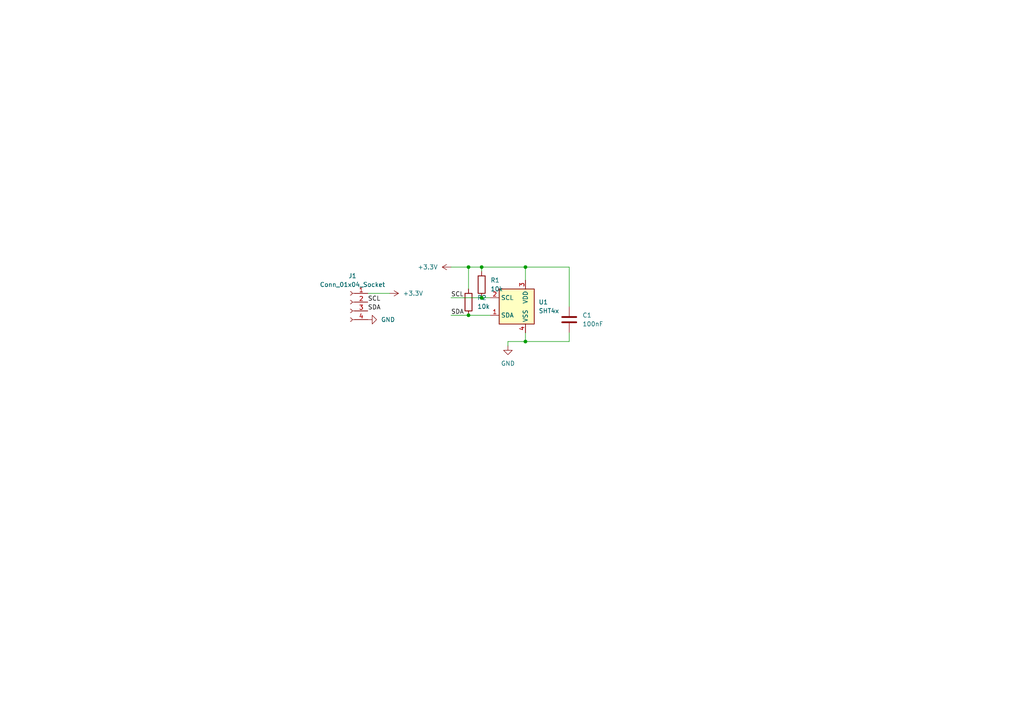
<source format=kicad_sch>
(kicad_sch (version 20230121) (generator eeschema)
  (paper "A4")
  (lib_symbols
    (symbol "Connector:Conn_01x04_Socket" (pin_names (offset 1.016) hide)
      (property "Reference" "J" (at 0 5.08 0))
      (property "Value" "Conn_01x04_Socket" (at 0 -7.62 0))
      (symbol "Conn_01x04_Socket_1_1"
        (arc (start 0 -4.572) (mid -0.5058 -5.08) (end 0 -5.588) (stroke (width 0.1524)))
        (arc (start 0 -2.032) (mid -0.5058 -2.54) (end 0 -3.048) (stroke (width 0.1524)))
        (polyline (pts (xy -1.27 -5.08) (xy -0.508 -5.08)) (stroke (width 0.1524)))
        (polyline (pts (xy -1.27 -2.54) (xy -0.508 -2.54)) (stroke (width 0.1524)))
        (polyline (pts (xy -1.27 0) (xy -0.508 0)) (stroke (width 0.1524)))
        (polyline (pts (xy -1.27 2.54) (xy -0.508 2.54)) (stroke (width 0.1524)))
        (arc (start 0 0.508) (mid -0.5058 0) (end 0 -0.508) (stroke (width 0.1524)))
        (arc (start 0 3.048) (mid -0.5058 2.54) (end 0 2.032) (stroke (width 0.1524)))
        (pin passive line (at -5.08 2.54 0) (length 3.81) (name "Pin_1") (number "1"))
        (pin passive line (at -5.08 0 0) (length 3.81) (name "Pin_2") (number "2"))
        (pin passive line (at -5.08 -2.54 0) (length 3.81) (name "Pin_3") (number "3"))
        (pin passive line (at -5.08 -5.08 0) (length 3.81) (name "Pin_4") (number "4"))
      )
    )
    (symbol "Device:C" (pin_numbers hide) (pin_names (offset 0.254))
      (property "Reference" "C" (at 0.635 2.54 0))
      (property "Value" "C" (at 0.635 -2.54 0))
      (symbol "C_0_1"
        (polyline (pts (xy -2.032 -0.762) (xy 2.032 -0.762)) (stroke (width 0.508)))
        (polyline (pts (xy -2.032 0.762) (xy 2.032 0.762)) (stroke (width 0.508)))
      )
      (symbol "C_1_1"
        (pin passive line (at 0 3.81 270) (length 2.794) (name "~") (number "1"))
        (pin passive line (at 0 -3.81 90) (length 2.794) (name "~") (number "2"))
      )
    )
    (symbol "Device:R" (pin_numbers hide) (pin_names (offset 0))
      (property "Reference" "R" (at 2.032 0 90))
      (property "Value" "R" (at 0 0 90))
      (symbol "R_0_1"
        (rectangle (start -1.016 -2.54) (end 1.016 2.54) (stroke (width 0.254)))
      )
      (symbol "R_1_1"
        (pin passive line (at 0 3.81 270) (length 1.27) (name "~") (number "1"))
        (pin passive line (at 0 -3.81 90) (length 1.27) (name "~") (number "2"))
      )
    )
    (symbol "Sensor_Humidity:SHT4x"
      (property "Reference" "U" (at 0 8.89 0))
      (property "Value" "SHT4x" (at 0 6.35 0))
      (symbol "SHT4x_1_1"
        (rectangle (start -5.08 5.08) (end 5.08 -5.08) (stroke (width 0.254)) (fill (type background)))
        (pin bidirectional line (at -7.62 -2.54 0) (length 2.54) (name "SDA") (number "1"))
        (pin input line (at -7.62 2.54 0) (length 2.54) (name "SCL") (number "2"))
        (pin power_in line (at 2.54 7.62 270) (length 2.54) (name "VDD") (number "3"))
        (pin power_in line (at 2.54 -7.62 90) (length 2.54) (name "VSS") (number "4"))
      )
    )
    (symbol "power:+3.3V" (power) (pin_names (offset 0))
      (property "Value" "+3.3V" (at 0 3.556 0))
      (symbol "+3.3V_0_1"
        (polyline (pts (xy -0.762 1.27) (xy 0 2.54)))
        (polyline (pts (xy 0 0) (xy 0 2.54)))
        (polyline (pts (xy 0 2.54) (xy 0.762 1.27)))
      )
      (symbol "+3.3V_1_1"
        (pin power_in line (at 0 0 90) (length 0) hide (name "+3.3V") (number "1"))
      )
    )
    (symbol "power:GND" (power) (pin_names (offset 0))
      (property "Value" "GND" (at 0 -3.81 0))
      (symbol "GND_0_1"
        (polyline (pts (xy 0 0) (xy 0 -1.27) (xy 1.27 -1.27) (xy 0 -2.54) (xy -1.27 -1.27) (xy 0 -1.27)))
      )
      (symbol "GND_1_1"
        (pin power_in line (at 0 0 270) (length 0) hide (name "GND") (number "1"))
      )
    )
  )
  (junction (at 139.7 77.47))
  (junction (at 135.89 91.44))
  (junction (at 135.89 77.47))
  (junction (at 139.7 86.36))
  (junction (at 152.4 77.47))
  (junction (at 152.4 99.06))
  (wire (pts (xy 165.1 77.47) (xy 165.1 88.9)))
  (wire (pts (xy 135.89 77.47) (xy 139.7 77.47)))
  (wire (pts (xy 152.4 77.47) (xy 152.4 81.28)))
  (wire (pts (xy 130.81 77.47) (xy 135.89 77.47)))
  (wire (pts (xy 139.7 86.36) (xy 142.24 86.36)))
  (wire (pts (xy 152.4 99.06) (xy 147.32 99.06)))
  (wire (pts (xy 135.89 91.44) (xy 142.24 91.44)))
  (wire (pts (xy 152.4 77.47) (xy 165.1 77.47)))
  (wire (pts (xy 139.7 77.47) (xy 152.4 77.47)))
  (wire (pts (xy 147.32 99.06) (xy 147.32 100.33)))
  (wire (pts (xy 130.81 91.44) (xy 135.89 91.44)))
  (wire (pts (xy 165.1 96.52) (xy 165.1 99.06)))
  (wire (pts (xy 152.4 96.52) (xy 152.4 99.06)))
  (wire (pts (xy 135.89 83.82) (xy 135.89 77.47)))
  (wire (pts (xy 139.7 77.47) (xy 139.7 78.74)))
  (wire (pts (xy 152.4 99.06) (xy 165.1 99.06)))
  (wire (pts (xy 106.68 85.09) (xy 113.03 85.09)))
  (wire (pts (xy 130.81 86.36) (xy 139.7 86.36)))
  (label "SDA" (at 106.68 90.17 0))
  (label "SCL" (at 130.81 86.36 0))
  (label "SDA" (at 130.81 91.44 0))
  (label "SCL" (at 106.68 87.63 0))
  (symbol (lib_id "power:GND") (at 106.68 92.71 90) (unit 1)
    (property "Reference" "#PWR03" (effects hide))
    (property "Value" "GND" (at 110.49 92.71 90) (effects (justify right)))
  )
  (symbol (lib_id "Device:R") (at 139.7 82.55 0) (unit 1)
    (property "Reference" "R1" (at 142.24 81.28 0) (effects (justify left)))
    (property "Value" "10k" (at 142.24 83.82 0) (effects (justify left)))
    (property "Footprint" "Resistor_SMD:R_1206_3216Metric" (effects hide))
  )
  (symbol (lib_id "Device:C") (at 165.1 92.71 0) (unit 1)
    (property "Reference" "C1" (at 168.91 91.44 0) (effects (justify left)))
    (property "Value" "100nF" (at 168.91 93.98 0) (effects (justify left)))
    (property "Footprint" "Capacitor_SMD:C_1206_3216Metric" (effects hide))
  )
  (symbol (lib_id "Device:R") (at 135.89 87.63 0) (unit 1)
    (property "Reference" "R2" (at 138.43 86.36 0) (effects (justify left)))
    (property "Value" "10k" (at 138.43 88.9 0) (effects (justify left)))
    (property "Footprint" "Resistor_SMD:R_1206_3216Metric" (effects hide))
  )
  (symbol (lib_id "Connector:Conn_01x04_Socket") (at 101.6 87.63 0) (mirror y) (unit 1)
    (property "Reference" "J1" (at 102.235 80.01 0))
    (property "Value" "Conn_01x04_Socket" (at 102.235 82.55 0))
    (property "Footprint" "Connector_PinHeader_2.54mm:PinHeader_1x04_P2.54mm_Vertical" (effects hide))
  )
  (symbol (lib_id "Sensor_Humidity:SHT4x") (at 149.86 88.9 0) (unit 1)
    (property "Reference" "U1" (at 156.21 87.63 0) (effects (justify left)))
    (property "Value" "SHT4x" (at 156.21 90.17 0) (effects (justify left)))
    (property "Footprint" "Sensor_Humidity:Sensirion_DFN-4_1.5x1.5mm_P0.8mm_SHT4x_NoCentralPad" (effects hide))
    (property "Datasheet" "https://sensirion.com/media/documents/33FD6951/624C4357/Datasheet_SHT4x.pdf" (effects hide))
  )
  (symbol (lib_id "power:+3.3V") (at 113.03 85.09 270) (unit 1)
    (property "Reference" "#PWR04" (effects hide))
    (property "Value" "+3.3V" (at 116.84 85.09 90) (effects (justify left)))
  )
  (symbol (lib_id "power:+3.3V") (at 130.81 77.47 90) (unit 1)
    (property "Reference" "#PWR01" (effects hide))
    (property "Value" "+3.3V" (at 127 77.47 90) (effects (justify left)))
  )
  (symbol (lib_id "power:GND") (at 147.32 100.33 0) (unit 1)
    (property "Reference" "#PWR02" (effects hide))
    (property "Value" "GND" (at 147.32 105.41 0))
  )
)
</source>
